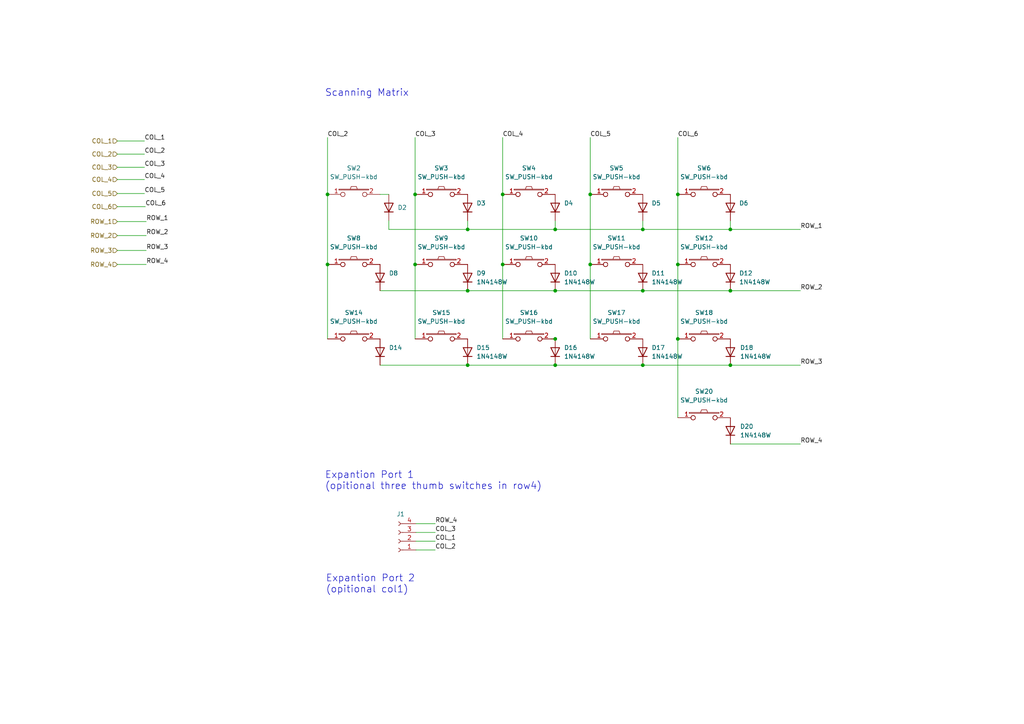
<source format=kicad_sch>
(kicad_sch (version 20211123) (generator eeschema)
  (paper "A4")
  (lib_symbols
    (symbol "Connector:Conn_01x04_Female" (pin_names (offset 1.016) hide)
      (property "Reference" "J" (at 0 5.08 0))
      (property "Value" "Conn_01x04_Female" (at 0 -7.62 0))
      (symbol "Conn_01x04_Female_1_1"
        (arc (start 0 -4.572) (mid -0.508 -5.08) (end 0 -5.588) (stroke (width 0.1524)))
        (arc (start 0 -2.032) (mid -0.508 -2.54) (end 0 -3.048) (stroke (width 0.1524)))
        (polyline (pts (xy -1.27 -5.08) (xy -0.508 -5.08)) (stroke (width 0.1524)))
        (polyline (pts (xy -1.27 -2.54) (xy -0.508 -2.54)) (stroke (width 0.1524)))
        (polyline (pts (xy -1.27 0) (xy -0.508 0)) (stroke (width 0.1524)))
        (polyline (pts (xy -1.27 2.54) (xy -0.508 2.54)) (stroke (width 0.1524)))
        (arc (start 0 0.508) (mid -0.508 0) (end 0 -0.508) (stroke (width 0.1524)))
        (arc (start 0 3.048) (mid -0.508 2.54) (end 0 2.032) (stroke (width 0.1524)))
        (pin passive line (at -5.08 2.54 0) (length 3.81) (name "Pin_1") (number "1"))
        (pin passive line (at -5.08 0 0) (length 3.81) (name "Pin_2") (number "2"))
        (pin passive line (at -5.08 -2.54 0) (length 3.81) (name "Pin_3") (number "3"))
        (pin passive line (at -5.08 -5.08 0) (length 3.81) (name "Pin_4") (number "4"))
      )
    )
    (symbol "mysymbol:1N4148W" (pin_numbers hide) (pin_names (offset 1.016) hide)
      (property "Reference" "D?" (at 2.54 1.2701 90))
      (symbol "1N4148W_0_1"
        (polyline (pts (xy -1.27 1.27) (xy -1.27 -1.27)) (stroke (width 0.254)))
        (polyline (pts (xy 1.27 0) (xy -1.27 0)))
        (polyline (pts (xy 1.27 1.27) (xy 1.27 -1.27) (xy -1.27 0) (xy 1.27 1.27)) (stroke (width 0.254)))
      )
      (symbol "1N4148W_1_1"
        (pin passive line (at -3.81 0 0) (length 2.54) (name "K") (number "1"))
        (pin passive line (at 3.81 0 180) (length 2.54) (name "A") (number "2"))
      )
    )
    (symbol "mysymbol:SW_PUSH-kbd" (pin_names (offset 1.016) hide)
      (property "Reference" "SW1" (at 3.81 2.794 0))
      (symbol "SW_PUSH-kbd_0_1"
        (rectangle (start -4.318 1.27) (end 4.318 1.524))
        (polyline (pts (xy -1.016 1.524) (xy -0.762 2.286) (xy 0.762 2.286) (xy 1.016 1.524)))
        (pin passive inverted (at -7.62 0 0) (length 5.08) (name "1") (number "1"))
        (pin passive inverted (at 7.62 0 180) (length 5.08) (name "2") (number "2"))
      )
    )
  )
  (junction (at 135.636 66.548))
  (junction (at 94.996 56.388))
  (junction (at 196.596 76.708))
  (junction (at 145.796 56.388))
  (junction (at 211.836 105.918))
  (junction (at 161.036 98.298))
  (junction (at 171.196 56.388))
  (junction (at 120.396 56.388))
  (junction (at 120.396 76.708))
  (junction (at 135.636 84.328))
  (junction (at 135.636 105.918))
  (junction (at 171.196 76.708))
  (junction (at 196.596 98.298))
  (junction (at 94.996 76.708))
  (junction (at 211.836 66.548))
  (junction (at 211.836 84.328))
  (junction (at 161.036 84.328))
  (junction (at 161.036 105.918))
  (junction (at 145.796 76.708))
  (junction (at 186.436 105.918))
  (junction (at 186.436 66.548))
  (junction (at 186.436 84.328))
  (junction (at 161.036 66.548))
  (junction (at 196.596 56.388))
  (wire (pts (xy 120.396 76.708) (xy 120.396 98.298)))
  (wire (pts (xy 145.796 76.708) (xy 145.796 98.298)))
  (wire (pts (xy 161.036 105.918) (xy 186.436 105.918)))
  (wire (pts (xy 135.636 84.328) (xy 161.036 84.328)))
  (wire (pts (xy 186.436 66.548) (xy 211.836 66.548)))
  (wire (pts (xy 94.996 56.388) (xy 94.996 76.708)))
  (wire (pts (xy 110.236 84.328) (xy 135.636 84.328)))
  (wire (pts (xy 211.836 64.008) (xy 211.836 66.548)))
  (wire (pts (xy 211.836 66.548) (xy 232.156 66.548)))
  (wire (pts (xy 161.036 64.008) (xy 161.036 66.548)))
  (wire (pts (xy 161.036 84.328) (xy 186.436 84.328)))
  (wire (pts (xy 34.036 44.704) (xy 41.91 44.704)))
  (wire (pts (xy 34.036 68.326) (xy 42.418 68.326)))
  (wire (pts (xy 120.65 159.512) (xy 126.238 159.512)))
  (wire (pts (xy 34.036 64.262) (xy 42.418 64.262)))
  (wire (pts (xy 211.836 128.778) (xy 232.156 128.778)))
  (wire (pts (xy 211.836 105.918) (xy 232.156 105.918)))
  (wire (pts (xy 211.836 84.328) (xy 232.156 84.328)))
  (wire (pts (xy 94.996 39.878) (xy 94.996 56.388)))
  (wire (pts (xy 34.036 48.514) (xy 41.91 48.514)))
  (wire (pts (xy 120.396 56.388) (xy 120.396 76.708)))
  (wire (pts (xy 186.436 105.918) (xy 211.836 105.918)))
  (wire (pts (xy 161.036 66.548) (xy 186.436 66.548)))
  (wire (pts (xy 196.596 39.878) (xy 196.596 56.388)))
  (wire (pts (xy 110.236 56.388) (xy 112.776 56.388)))
  (wire (pts (xy 145.796 56.388) (xy 145.796 76.708)))
  (wire (pts (xy 196.596 56.388) (xy 196.596 76.708)))
  (wire (pts (xy 196.596 76.708) (xy 196.596 98.298)))
  (wire (pts (xy 135.636 105.918) (xy 161.036 105.918)))
  (wire (pts (xy 171.196 76.708) (xy 171.196 98.298)))
  (wire (pts (xy 110.236 105.918) (xy 135.636 105.918)))
  (wire (pts (xy 34.036 40.894) (xy 41.91 40.894)))
  (wire (pts (xy 120.65 151.892) (xy 126.238 151.892)))
  (wire (pts (xy 34.036 76.708) (xy 42.418 76.708)))
  (wire (pts (xy 34.036 56.134) (xy 41.91 56.134)))
  (wire (pts (xy 186.436 64.008) (xy 186.436 66.548)))
  (wire (pts (xy 159.766 98.298) (xy 161.036 98.298)))
  (wire (pts (xy 34.036 59.944) (xy 42.164 59.944)))
  (wire (pts (xy 34.036 52.07) (xy 41.91 52.07)))
  (wire (pts (xy 120.65 156.972) (xy 126.238 156.972)))
  (wire (pts (xy 94.996 76.708) (xy 94.996 98.298)))
  (wire (pts (xy 186.436 84.328) (xy 211.836 84.328)))
  (wire (pts (xy 112.776 64.008) (xy 112.776 66.548)))
  (wire (pts (xy 196.596 98.298) (xy 196.596 121.158)))
  (wire (pts (xy 145.796 39.878) (xy 145.796 56.388)))
  (wire (pts (xy 112.776 66.548) (xy 135.636 66.548)))
  (wire (pts (xy 171.196 56.388) (xy 171.196 76.708)))
  (wire (pts (xy 34.036 72.644) (xy 42.418 72.644)))
  (wire (pts (xy 135.636 66.548) (xy 161.036 66.548)))
  (wire (pts (xy 120.65 154.432) (xy 126.238 154.432)))
  (wire (pts (xy 120.396 39.878) (xy 120.396 56.388)))
  (wire (pts (xy 171.196 39.878) (xy 171.196 56.388)))
  (wire (pts (xy 135.636 64.008) (xy 135.636 66.548)))
  (text "Scanning Matrix" (at 94.234 28.194 0) (effects (font (size 2 2)) (justify left bottom)))
  (text "Expantion Port 2\n(opitional col1)" (at 94.488 172.212 0) (effects (font (size 2 2)) (justify left bottom)))
  (text "Expantion Port 1\n(opitional three thumb switches in row4)" (at 94.234 142.24 0) (effects (font (size 2 2)) (justify left bottom)))
  (label "COL_2" (at 94.996 39.878 0))
  (label "COL_1" (at 126.238 156.972 0))
  (label "ROW_3" (at 42.418 72.644 0))
  (label "COL_2" (at 41.91 44.704 0))
  (label "COL_6" (at 196.596 39.878 0))
  (label "ROW_3" (at 232.156 105.918 0))
  (label "ROW_1" (at 42.418 64.262 0))
  (label "COL_5" (at 171.196 39.878 0))
  (label "ROW_4" (at 42.418 76.708 0))
  (label "COL_4" (at 145.796 39.878 0))
  (label "COL_3" (at 120.396 39.878 0))
  (label "ROW_2" (at 232.156 84.328 0))
  (label "COL_1" (at 41.91 40.894 0))
  (label "COL_4" (at 41.91 52.07 0))
  (label "COL_2" (at 126.238 159.512 0))
  (label "COL_6" (at 42.164 59.944 0))
  (label "ROW_4" (at 126.238 151.892 0))
  (label "COL_3" (at 126.238 154.432 0))
  (label "ROW_1" (at 232.156 66.548 0))
  (label "COL_3" (at 41.91 48.514 0))
  (label "ROW_4" (at 232.156 128.778 0))
  (label "ROW_2" (at 42.418 68.326 0))
  (label "COL_5" (at 41.91 56.134 0))
  (hierarchical_label "COL_2" (shape input) (at 34.036 44.704 180))
  (hierarchical_label "ROW_3" (shape input) (at 34.036 72.644 180))
  (hierarchical_label "COL_5" (shape input) (at 34.036 56.134 180))
  (hierarchical_label "ROW_2" (shape input) (at 34.036 68.326 180))
  (hierarchical_label "COL_4" (shape input) (at 34.036 52.07 180))
  (hierarchical_label "COL_6" (shape input) (at 34.036 59.944 180))
  (hierarchical_label "COL_1" (shape input) (at 34.036 40.894 180))
  (hierarchical_label "ROW_4" (shape input) (at 34.036 76.708 180))
  (hierarchical_label "ROW_1" (shape input) (at 34.036 64.262 180))
  (hierarchical_label "COL_3" (shape input) (at 34.036 48.514 180))
  (symbol (lib_id "mysymbol:SW_PUSH-kbd") (at 204.216 76.708 0) (unit 1)
    (property "Reference" "SW12" (at 204.216 69.088 0))
    (property "Value" "SW_PUSH-kbd" (at 204.216 71.628 0))
    (property "Footprint" "mylib:Kailh_Choc_Hotplug" (effects hide))
  )
  (symbol (lib_id "mysymbol:1N4148W") (at 161.036 80.518 90) (unit 1)
    (property "Reference" "D10" (at 163.576 79.2479 90) (effects (justify right)))
    (property "Value" "1N4148W" (at 163.576 81.7879 90) (effects (justify right)))
    (property "Footprint" "mylib:Diode" (effects hide))
    (property "Datasheet" "https://www.vishay.com/docs/85748/1n4148w.pdf" (effects hide))
  )
  (symbol (lib_id "mysymbol:SW_PUSH-kbd") (at 128.016 56.388 0) (unit 1)
    (property "Reference" "SW3" (at 128.016 48.768 0))
    (property "Value" "SW_PUSH-kbd" (at 128.016 51.308 0))
    (property "Footprint" "mylib:Kailh_Choc_Hotplug" (effects hide))
  )
  (symbol (lib_id "mysymbol:SW_PUSH-kbd") (at 128.016 76.708 0) (unit 1)
    (property "Reference" "SW9" (at 128.016 69.088 0))
    (property "Value" "SW_PUSH-kbd" (at 128.016 71.628 0))
    (property "Footprint" "mylib:Kailh_Choc_Hotplug" (effects hide))
  )
  (symbol (lib_id "mysymbol:SW_PUSH-kbd") (at 204.216 98.298 0) (unit 1)
    (property "Reference" "SW18" (at 204.216 90.678 0))
    (property "Value" "SW_PUSH-kbd" (at 204.216 93.218 0))
    (property "Footprint" "mylib:Kailh_Choc_Hotplug" (effects hide))
  )
  (symbol (lib_id "mysymbol:1N4148W") (at 161.036 102.108 90) (unit 1)
    (property "Reference" "D16" (at 163.576 100.8379 90) (effects (justify right)))
    (property "Value" "1N4148W" (at 163.576 103.3779 90) (effects (justify right)))
    (property "Footprint" "mylib:Diode" (effects hide))
    (property "Datasheet" "https://www.vishay.com/docs/85748/1n4148w.pdf" (effects hide))
  )
  (symbol (lib_id "Connector:Conn_01x04_Female") (at 115.57 156.972 180) (unit 1) (in_bom no)
    (property "Reference" "J1" (at 116.205 149.098 0))
    (property "Value" "expantion1" (effects hide))
    (property "Footprint" "mylib:Magnetic-PogoPin-1x04-Female" (effects hide))
  )
  (symbol (lib_id "mysymbol:SW_PUSH-kbd") (at 204.216 121.158 0) (unit 1)
    (property "Reference" "SW20" (at 204.216 113.538 0))
    (property "Value" "SW_PUSH-kbd" (at 204.216 116.078 0))
    (property "Footprint" "mylib:Kailh_Choc_Hotplug" (effects hide))
  )
  (symbol (lib_id "mysymbol:1N4148W") (at 211.836 124.968 90) (unit 1)
    (property "Reference" "D20" (at 214.63 123.6979 90) (effects (justify right)))
    (property "Value" "1N4148W" (at 214.63 126.2379 90) (effects (justify right)))
    (property "Footprint" "mylib:Diode" (effects hide))
    (property "Datasheet" "https://www.vishay.com/docs/85748/1n4148w.pdf" (effects hide))
  )
  (symbol (lib_id "mysymbol:SW_PUSH-kbd") (at 153.416 76.708 0) (unit 1)
    (property "Reference" "SW10" (at 153.416 69.088 0))
    (property "Value" "SW_PUSH-kbd" (at 153.416 71.628 0))
    (property "Footprint" "mylib:Kailh_Choc_Hotplug" (effects hide))
  )
  (symbol (lib_id "mysymbol:SW_PUSH-kbd") (at 102.616 98.298 0) (unit 1)
    (property "Reference" "SW14" (at 102.616 90.678 0))
    (property "Value" "SW_PUSH-kbd" (at 102.616 93.218 0))
    (property "Footprint" "mylib:Kailh_Choc_Hotplug" (effects hide))
  )
  (symbol (lib_id "mysymbol:SW_PUSH-kbd") (at 178.816 56.388 0) (unit 1)
    (property "Reference" "SW5" (at 178.816 48.768 0))
    (property "Value" "SW_PUSH-kbd" (at 178.816 51.308 0))
    (property "Footprint" "mylib:Kailh_Choc_Hotplug" (effects hide))
  )
  (symbol (lib_id "mysymbol:1N4148W") (at 186.436 80.518 90) (unit 1)
    (property "Reference" "D11" (at 188.976 79.2479 90) (effects (justify right)))
    (property "Value" "1N4148W" (at 188.976 81.7879 90) (effects (justify right)))
    (property "Footprint" "mylib:Diode" (effects hide))
    (property "Datasheet" "https://www.vishay.com/docs/85748/1n4148w.pdf" (effects hide))
  )
  (symbol (lib_id "mysymbol:1N4148W") (at 135.636 102.108 90) (unit 1)
    (property "Reference" "D15" (at 138.176 100.8379 90) (effects (justify right)))
    (property "Value" "1N4148W" (at 138.176 103.3779 90) (effects (justify right)))
    (property "Footprint" "mylib:Diode" (effects hide))
    (property "Datasheet" "https://www.vishay.com/docs/85748/1n4148w.pdf" (effects hide))
  )
  (symbol (lib_id "mysymbol:1N4148W") (at 110.236 102.108 90) (unit 1)
    (property "Reference" "D14" (at 112.776 100.8379 90) (effects (justify right)))
    (property "Value" "1N4148W" (effects hide))
    (property "Footprint" "mylib:Diode" (effects hide))
    (property "Datasheet" "https://www.vishay.com/docs/85748/1n4148w.pdf" (effects hide))
  )
  (symbol (lib_id "mysymbol:1N4148W") (at 110.236 80.518 90) (unit 1)
    (property "Reference" "D8" (at 112.776 79.2479 90) (effects (justify right)))
    (property "Value" "1N4148W" (effects hide))
    (property "Footprint" "mylib:Diode" (effects hide))
    (property "Datasheet" "https://www.vishay.com/docs/85748/1n4148w.pdf" (effects hide))
  )
  (symbol (lib_id "mysymbol:SW_PUSH-kbd") (at 153.416 56.388 0) (unit 1)
    (property "Reference" "SW4" (at 153.416 48.768 0))
    (property "Value" "SW_PUSH-kbd" (at 153.416 51.308 0))
    (property "Footprint" "mylib:Kailh_Choc_Hotplug" (effects hide))
  )
  (symbol (lib_id "mysymbol:SW_PUSH-kbd") (at 204.216 56.388 0) (unit 1)
    (property "Reference" "SW6" (at 204.216 48.768 0))
    (property "Value" "SW_PUSH-kbd" (at 204.216 51.308 0))
    (property "Footprint" "mylib:Kailh_Choc_Hotplug" (effects hide))
  )
  (symbol (lib_id "mysymbol:1N4148W") (at 161.036 60.198 90) (unit 1)
    (property "Reference" "D4" (at 163.576 58.9279 90) (effects (justify right)))
    (property "Value" "1N4148W" (effects hide))
    (property "Footprint" "mylib:Diode" (effects hide))
    (property "Datasheet" "https://www.vishay.com/docs/85748/1n4148w.pdf" (effects hide))
  )
  (symbol (lib_id "mysymbol:1N4148W") (at 112.776 60.198 90) (unit 1)
    (property "Reference" "D2" (at 115.316 60.1979 90) (effects (justify right)))
    (property "Value" "1N4148W" (effects hide))
    (property "Footprint" "mylib:Diode" (effects hide))
    (property "Datasheet" "https://www.vishay.com/docs/85748/1n4148w.pdf" (effects hide))
  )
  (symbol (lib_id "mysymbol:1N4148W") (at 135.636 60.198 90) (unit 1)
    (property "Reference" "D3" (at 138.176 58.9279 90) (effects (justify right)))
    (property "Value" "1N4148W" (effects hide))
    (property "Footprint" "mylib:Diode" (effects hide))
    (property "Datasheet" "https://www.vishay.com/docs/85748/1n4148w.pdf" (effects hide))
  )
  (symbol (lib_id "mysymbol:SW_PUSH-kbd") (at 128.016 98.298 0) (unit 1)
    (property "Reference" "SW15" (at 128.016 90.678 0))
    (property "Value" "SW_PUSH-kbd" (at 128.016 93.218 0))
    (property "Footprint" "mylib:Kailh_Choc_Hotplug" (effects hide))
  )
  (symbol (lib_id "mysymbol:1N4148W") (at 186.436 102.108 90) (unit 1)
    (property "Reference" "D17" (at 188.976 100.8379 90) (effects (justify right)))
    (property "Value" "1N4148W" (at 188.976 103.3779 90) (effects (justify right)))
    (property "Footprint" "mylib:Diode" (effects hide))
    (property "Datasheet" "https://www.vishay.com/docs/85748/1n4148w.pdf" (effects hide))
  )
  (symbol (lib_id "mysymbol:SW_PUSH-kbd") (at 153.416 98.298 0) (unit 1)
    (property "Reference" "SW16" (at 153.416 90.678 0))
    (property "Value" "SW_PUSH-kbd" (at 153.416 93.218 0))
    (property "Footprint" "mylib:Kailh_Choc_Hotplug" (effects hide))
  )
  (symbol (lib_id "mysymbol:SW_PUSH-kbd") (at 102.616 56.388 0) (unit 1)
    (property "Reference" "SW2" (at 102.616 48.768 0))
    (property "Value" "SW_PUSH-kbd" (at 102.616 51.308 0))
    (property "Footprint" "mylib:Kailh_Choc_Hotplug" (effects hide))
  )
  (symbol (lib_id "mysymbol:SW_PUSH-kbd") (at 102.616 76.708 0) (unit 1)
    (property "Reference" "SW8" (at 102.616 69.088 0))
    (property "Value" "SW_PUSH-kbd" (at 102.616 71.628 0))
    (property "Footprint" "mylib:Kailh_Choc_Hotplug" (effects hide))
  )
  (symbol (lib_id "mysymbol:SW_PUSH-kbd") (at 178.816 76.708 0) (unit 1)
    (property "Reference" "SW11" (at 178.816 69.088 0))
    (property "Value" "SW_PUSH-kbd" (at 178.816 71.628 0))
    (property "Footprint" "mylib:Kailh_Choc_Hotplug" (effects hide))
  )
  (symbol (lib_id "mysymbol:1N4148W") (at 211.836 80.518 90) (unit 1)
    (property "Reference" "D12" (at 214.376 79.2479 90) (effects (justify right)))
    (property "Value" "1N4148W" (at 214.376 81.7879 90) (effects (justify right)))
    (property "Footprint" "mylib:Diode" (effects hide))
    (property "Datasheet" "https://www.vishay.com/docs/85748/1n4148w.pdf" (effects hide))
  )
  (symbol (lib_id "mysymbol:1N4148W") (at 135.636 80.518 90) (unit 1)
    (property "Reference" "D9" (at 138.176 79.2479 90) (effects (justify right)))
    (property "Value" "1N4148W" (at 138.176 81.7879 90) (effects (justify right)))
    (property "Footprint" "mylib:Diode" (effects hide))
    (property "Datasheet" "https://www.vishay.com/docs/85748/1n4148w.pdf" (effects hide))
  )
  (symbol (lib_id "mysymbol:1N4148W") (at 186.436 60.198 90) (unit 1)
    (property "Reference" "D5" (at 188.976 58.9279 90) (effects (justify right)))
    (property "Value" "1N4148W" (effects hide))
    (property "Footprint" "mylib:Diode" (effects hide))
    (property "Datasheet" "https://www.vishay.com/docs/85748/1n4148w.pdf" (effects hide))
  )
  (symbol (lib_id "mysymbol:SW_PUSH-kbd") (at 178.816 98.298 0) (unit 1)
    (property "Reference" "SW17" (at 178.816 90.678 0))
    (property "Value" "SW_PUSH-kbd" (at 178.816 93.218 0))
    (property "Footprint" "mylib:Kailh_Choc_Hotplug" (effects hide))
  )
  (symbol (lib_id "mysymbol:1N4148W") (at 211.836 102.108 90) (unit 1)
    (property "Reference" "D18" (at 214.63 100.8379 90) (effects (justify right)))
    (property "Value" "1N4148W" (at 214.63 103.3779 90) (effects (justify right)))
    (property "Footprint" "mylib:Diode" (effects hide))
    (property "Datasheet" "https://www.vishay.com/docs/85748/1n4148w.pdf" (effects hide))
  )
  (symbol (lib_id "mysymbol:1N4148W") (at 211.836 60.198 90) (unit 1)
    (property "Reference" "D6" (at 214.376 58.9279 90) (effects (justify right)))
    (property "Value" "1N4148W" (effects hide))
    (property "Footprint" "mylib:Diode" (effects hide))
    (property "Datasheet" "https://www.vishay.com/docs/85748/1n4148w.pdf" (effects hide))
  )
)
</source>
